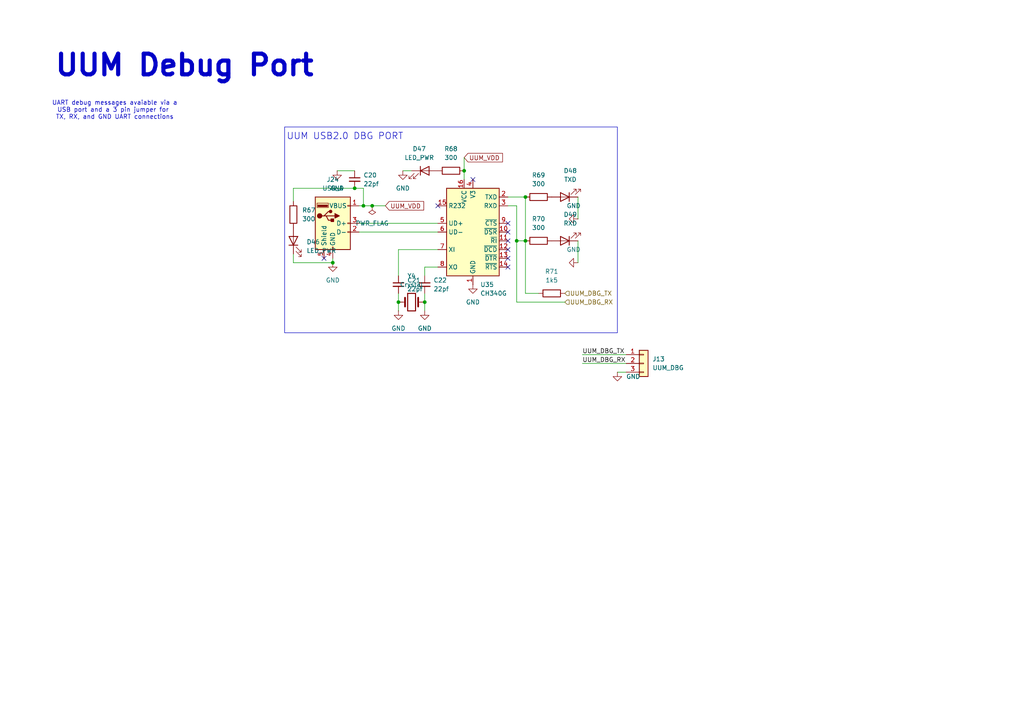
<source format=kicad_sch>
(kicad_sch (version 20250114) (generator "eeschema") (generator_version "9.0")
  (paper "A4")
  (title_block (date "2025-06") (rev "2"))
  (lib_symbols
    (symbol "Connector:USB_A" (pin_names (offset 1.016))
      (property "Reference" "J" (at -5.08 11.43 0))
      (property "Value" "USB_A" (at -5.08 8.89 0))
      (symbol "USB_A_0_1"
        (rectangle (start -5.08 -7.62) (end 5.08 7.62) (stroke (width 0.254)) (fill (type background)))
        (circle (center -3.81 2.159) (radius 0.635) (stroke (width 0.254)) (fill (type outline)))
        (polyline (pts (xy -3.175 2.159) (xy -2.54 2.159) (xy -1.27 3.429) (xy -0.635 3.429)) (stroke (width 0.254)))
        (polyline (pts (xy -2.54 2.159) (xy -1.905 2.159) (xy -1.27 0.889) (xy 0 0.889)) (stroke (width 0.254)))
        (rectangle (start -1.524 4.826) (end -4.318 5.334) (fill (type outline)))
        (rectangle (start -1.27 4.572) (end -4.572 5.842))
        (circle (center -0.635 3.429) (radius 0.381) (stroke (width 0.254)) (fill (type outline)))
        (rectangle (start -0.127 -7.62) (end 0.127 -6.858))
        (rectangle (start 0.254 1.27) (end -0.508 0.508) (stroke (width 0.254)) (fill (type outline)))
        (polyline (pts (xy 0.635 2.794) (xy 0.635 1.524) (xy 1.905 2.159) (xy 0.635 2.794)) (stroke (width 0.254)) (fill (type outline)))
        (rectangle (start 5.08 4.953) (end 4.318 5.207))
        (rectangle (start 5.08 -0.127) (end 4.318 0.127))
        (rectangle (start 5.08 -2.667) (end 4.318 -2.413))
      )
      (symbol "USB_A_1_1"
        (polyline (pts (xy -1.905 2.159) (xy 0.635 2.159)) (stroke (width 0.254)))
        (pin passive line (at -2.54 -10.16 90) (length 2.54) (name "Shield") (number "5"))
        (pin power_in line (at 0 -10.16 90) (length 2.54) (name "GND") (number "4"))
        (pin power_in line (at 7.62 5.08 180) (length 2.54) (name "VBUS") (number "1"))
        (pin bidirectional line (at 7.62 0 180) (length 2.54) (name "D+") (number "3"))
        (pin bidirectional line (at 7.62 -2.54 180) (length 2.54) (name "D-") (number "2"))
      )
    )
    (symbol "Connector_Generic:Conn_01x03" (pin_names (offset 1.016) (hide yes))
      (property "Reference" "J" (at 0 5.08 0))
      (property "Value" "Conn_01x03" (at 0 -5.08 0))
      (symbol "Conn_01x03_1_1"
        (rectangle (start -1.27 3.81) (end 1.27 -3.81) (stroke (width 0.254)) (fill (type background)))
        (rectangle (start -1.27 2.667) (end 0 2.413) (stroke (width 0.1524)))
        (rectangle (start -1.27 0.127) (end 0 -0.127) (stroke (width 0.1524)))
        (rectangle (start -1.27 -2.413) (end 0 -2.667) (stroke (width 0.1524)))
        (pin passive line (at -5.08 2.54 0) (length 3.81) (name "Pin_1") (number "1"))
        (pin passive line (at -5.08 0 0) (length 3.81) (name "Pin_2") (number "2"))
        (pin passive line (at -5.08 -2.54 0) (length 3.81) (name "Pin_3") (number "3"))
      )
    )
    (symbol "Device:C_Small" (pin_numbers (hide yes)) (pin_names (offset 0.254) (hide yes))
      (property "Reference" "C" (at 0.254 1.778 0))
      (property "Value" "C_Small" (at 0.254 -2.032 0))
      (symbol "C_Small_0_1"
        (polyline (pts (xy -1.524 0.508) (xy 1.524 0.508)) (stroke (width 0.3048)))
        (polyline (pts (xy -1.524 -0.508) (xy 1.524 -0.508)) (stroke (width 0.3302)))
      )
      (symbol "C_Small_1_1"
        (pin passive line (at 0 2.54 270) (length 2.032) (name "~") (number "1"))
        (pin passive line (at 0 -2.54 90) (length 2.032) (name "~") (number "2"))
      )
    )
    (symbol "Device:Crystal" (pin_numbers (hide yes)) (pin_names (offset 1.016) (hide yes))
      (property "Reference" "Y" (at 0 3.81 0))
      (property "Value" "Crystal" (at 0 -3.81 0))
      (symbol "Crystal_0_1"
        (polyline (pts (xy -2.54 0) (xy -1.905 0)))
        (polyline (pts (xy -1.905 -1.27) (xy -1.905 1.27)) (stroke (width 0.508)))
        (rectangle (start -1.143 2.54) (end 1.143 -2.54) (stroke (width 0.3048)))
        (polyline (pts (xy 1.905 -1.27) (xy 1.905 1.27)) (stroke (width 0.508)))
        (polyline (pts (xy 2.54 0) (xy 1.905 0)))
      )
      (symbol "Crystal_1_1"
        (pin passive line (at -3.81 0 0) (length 1.27) (name "1") (number "1"))
        (pin passive line (at 3.81 0 180) (length 1.27) (name "2") (number "2"))
      )
    )
    (symbol "Device:LED" (pin_numbers (hide yes)) (pin_names (offset 1.016) (hide yes))
      (property "Reference" "D" (at 0 2.54 0))
      (property "Value" "LED" (at 0 -2.54 0))
      (symbol "LED_0_1"
        (polyline (pts (xy -3.048 -0.762) (xy -4.572 -2.286) (xy -3.81 -2.286) (xy -4.572 -2.286) (xy -4.572 -1.524)))
        (polyline (pts (xy -1.778 -0.762) (xy -3.302 -2.286) (xy -2.54 -2.286) (xy -3.302 -2.286) (xy -3.302 -1.524)))
        (polyline (pts (xy -1.27 0) (xy 1.27 0)))
        (polyline (pts (xy -1.27 -1.27) (xy -1.27 1.27)) (stroke (width 0.254)))
        (polyline (pts (xy 1.27 -1.27) (xy 1.27 1.27) (xy -1.27 0) (xy 1.27 -1.27)) (stroke (width 0.254)))
      )
      (symbol "LED_1_1"
        (pin passive line (at -3.81 0 0) (length 2.54) (name "K") (number "1"))
        (pin passive line (at 3.81 0 180) (length 2.54) (name "A") (number "2"))
      )
    )
    (symbol "Device:R" (pin_numbers (hide yes)) (pin_names (offset 0))
      (property "Reference" "R" (at 2.032 0 90))
      (property "Value" "R" (at 0 0 90))
      (symbol "R_0_1"
        (rectangle (start -1.016 -2.54) (end 1.016 2.54) (stroke (width 0.254)))
      )
      (symbol "R_1_1"
        (pin passive line (at 0 3.81 270) (length 1.27) (name "~") (number "1"))
        (pin passive line (at 0 -3.81 90) (length 1.27) (name "~") (number "2"))
      )
    )
    (symbol "Interface_USB:CH340G"
      (property "Reference" "U" (at -5.08 13.97 0))
      (property "Value" "CH340G" (at 1.27 13.97 0))
      (symbol "CH340G_0_1"
        (rectangle (start -7.62 12.7) (end 7.62 -12.7) (stroke (width 0.254)) (fill (type background)))
      )
      (symbol "CH340G_1_1"
        (pin input line (at -10.16 7.62 0) (length 2.54) (name "R232") (number "15"))
        (pin bidirectional line (at -10.16 2.54 0) (length 2.54) (name "UD+") (number "5"))
        (pin bidirectional line (at -10.16 0 0) (length 2.54) (name "UD-") (number "6"))
        (pin input line (at -10.16 -5.08 0) (length 2.54) (name "XI") (number "7"))
        (pin output line (at -10.16 -10.16 0) (length 2.54) (name "XO") (number "8"))
        (pin power_in line (at -2.54 15.24 270) (length 2.54) (name "VCC") (number "16"))
        (pin power_out line (at 0 15.24 270) (length 2.54) (name "V3") (number "4"))
        (pin power_in line (at 0 -15.24 90) (length 2.54) (name "GND") (number "1"))
        (pin output line (at 10.16 10.16 180) (length 2.54) (name "TXD") (number "2"))
        (pin input line (at 10.16 7.62 180) (length 2.54) (name "RXD") (number "3"))
        (pin input line (at 10.16 2.54 180) (length 2.54) (name "~{CTS}") (number "9"))
        (pin input line (at 10.16 0 180) (length 2.54) (name "~{DSR}") (number "10"))
        (pin input line (at 10.16 -2.54 180) (length 2.54) (name "~{RI}") (number "11"))
        (pin input line (at 10.16 -5.08 180) (length 2.54) (name "~{DCD}") (number "12"))
        (pin output line (at 10.16 -7.62 180) (length 2.54) (name "~{DTR}") (number "13"))
        (pin output line (at 10.16 -10.16 180) (length 2.54) (name "~{RTS}") (number "14"))
      )
    )
    (symbol "power:GND" (power) (pin_numbers (hide yes)) (pin_names (offset 0) (hide yes))
      (property "Value" "GND" (at 0 -3.81 0))
      (symbol "GND_0_1"
        (polyline (pts (xy 0 0) (xy 0 -1.27) (xy 1.27 -1.27) (xy 0 -2.54) (xy -1.27 -1.27) (xy 0 -1.27)))
      )
      (symbol "GND_1_1"
        (pin power_in line (at 0 0 270) (length 0) (name "~") (number "1"))
      )
    )
    (symbol "power:PWR_FLAG" (power) (pin_numbers (hide yes)) (pin_names (offset 0) (hide yes))
      (property "Value" "PWR_FLAG" (at 0 3.81 0))
      (symbol "PWR_FLAG_0_0"
        (pin power_out line (at 0 0 90) (length 0) (name "~") (number "1"))
      )
      (symbol "PWR_FLAG_0_1"
        (polyline (pts (xy 0 0) (xy 0 1.27) (xy -1.016 1.905) (xy 0 2.54) (xy 1.016 1.905) (xy 0 1.27)))
      )
    )
  )
  (rectangle (start 82.55 36.83) (end 179.07 96.52))
  (text "UUM Debug Port" (at 15.494 22.606 0) (effects (font (size 5.9944 5.9944) (thickness 1.1989) (bold yes)) (justify left bottom)))
  (text "UART debug messages avaiable via a\nUSB port and a 3 pin jumper for \nTX, RX, and GND UART connections" (at 33.274 32.004 0) (effects (font (size 1.27 1.27))))
  (text "UUM USB2.0 DBG PORT" (at 100.076 39.624 0) (effects (font (size 1.905 1.905))))
  (junction (at 96.52 76.2))
  (junction (at 152.4 69.85))
  (junction (at 115.57 87.63))
  (junction (at 134.62 49.53))
  (junction (at 105.41 59.69))
  (junction (at 107.95 59.69))
  (junction (at 123.19 87.63))
  (junction (at 149.86 69.85))
  (junction (at 102.87 54.61))
  (junction (at 152.4 57.15))
  (no_connect (at 137.16 52.07))
  (no_connect (at 147.32 69.85))
  (no_connect (at 147.32 67.31))
  (no_connect (at 147.32 74.93))
  (no_connect (at 147.32 64.77))
  (no_connect (at 147.32 77.47))
  (no_connect (at 147.32 72.39))
  (no_connect (at 93.98 74.93))
  (no_connect (at 127 59.69))
  (wire (pts (xy 152.4 69.85) (xy 152.4 85.09)))
  (wire (pts (xy 96.52 76.2) (xy 96.52 74.93)))
  (wire (pts (xy 168.91 105.41) (xy 181.61 105.41)))
  (wire (pts (xy 97.79 49.53) (xy 102.87 49.53)))
  (wire (pts (xy 115.57 85.09) (xy 115.57 87.63)))
  (wire (pts (xy 102.87 54.61) (xy 85.09 54.61)))
  (wire (pts (xy 147.32 57.15) (xy 152.4 57.15)))
  (wire (pts (xy 105.41 54.61) (xy 105.41 59.69)))
  (wire (pts (xy 115.57 72.39) (xy 115.57 80.01)))
  (wire (pts (xy 149.86 87.63) (xy 163.83 87.63)))
  (wire (pts (xy 167.64 57.15) (xy 167.64 63.5)))
  (wire (pts (xy 134.62 45.72) (xy 134.62 49.53)))
  (wire (pts (xy 152.4 85.09) (xy 156.21 85.09)))
  (wire (pts (xy 115.57 72.39) (xy 127 72.39)))
  (wire (pts (xy 85.09 76.2) (xy 85.09 73.66)))
  (wire (pts (xy 149.86 59.69) (xy 149.86 69.85)))
  (wire (pts (xy 168.91 102.87) (xy 181.61 102.87)))
  (wire (pts (xy 96.52 76.2) (xy 85.09 76.2)))
  (wire (pts (xy 179.07 107.95) (xy 181.61 107.95)))
  (wire (pts (xy 149.86 69.85) (xy 149.86 87.63)))
  (wire (pts (xy 115.57 90.17) (xy 115.57 87.63)))
  (wire (pts (xy 85.09 54.61) (xy 85.09 58.42)))
  (wire (pts (xy 152.4 57.15) (xy 152.4 69.85)))
  (wire (pts (xy 123.19 85.09) (xy 123.19 87.63)))
  (wire (pts (xy 105.41 59.69) (xy 107.95 59.69)))
  (wire (pts (xy 105.41 59.69) (xy 104.14 59.69)))
  (wire (pts (xy 167.64 69.85) (xy 167.64 76.2)))
  (wire (pts (xy 149.86 69.85) (xy 152.4 69.85)))
  (wire (pts (xy 147.32 59.69) (xy 149.86 59.69)))
  (wire (pts (xy 123.19 77.47) (xy 127 77.47)))
  (wire (pts (xy 134.62 49.53) (xy 134.62 52.07)))
  (wire (pts (xy 116.84 49.53) (xy 119.38 49.53)))
  (wire (pts (xy 107.95 59.69) (xy 111.76 59.69)))
  (wire (pts (xy 104.14 64.77) (xy 127 64.77)))
  (wire (pts (xy 104.14 67.31) (xy 127 67.31)))
  (wire (pts (xy 105.41 54.61) (xy 102.87 54.61)))
  (wire (pts (xy 123.19 87.63) (xy 123.19 90.17)))
  (wire (pts (xy 123.19 77.47) (xy 123.19 80.01)))
  (label "UUM_DBG_TX" (at 168.91 102.87 0))
  (label "UUM_DBG_RX" (at 168.91 105.41 0))
  (global_label "UUM_VDD" (shape input) (at 134.62 45.72 0) (property "Intersheetrefs" "${INTERSHEET_REFS}" (effects (hide yes))))
  (global_label "UUM_VDD" (shape input) (at 111.76 59.69 0) (property "Intersheetrefs" "${INTERSHEET_REFS}" (effects (hide yes))))
  (hierarchical_label "UUM_DBG_TX" (shape input) (at 163.83 85.09 0))
  (hierarchical_label "UUM_DBG_RX" (shape input) (at 163.83 87.63 0))
  (symbol (lib_id "Device:C_Small") (at 115.57 82.55 0) (unit 1)
    (property "Reference" "C21" (at 118.11 81.2862 0) (effects (justify left)))
    (property "Value" "22pf" (at 118.11 83.8262 0) (effects (justify left)))
    (property "Footprint" "Capacitor_SMD:C_0805_2012Metric" (effects (hide yes)))
    (property "Description" "Unpolarized capacitor, small symbol" (effects (hide yes)))
  )
  (symbol (lib_id "Connector:USB_A") (at 96.52 64.77 0) (unit 1)
    (property "Reference" "J24" (at 96.52 52.07 0))
    (property "Value" "USB_A" (at 96.52 54.61 0))
    (property "Footprint" "Connector_USB:USB_A_CNCTech_1001-011-01101_Horizontal" (effects (hide yes)))
    (property "Description" "USB Type A connector" (effects (hide yes)))
  )
  (symbol (lib_id "Device:LED") (at 163.83 69.85 180) (unit 1)
    (property "Reference" "D49" (at 165.4175 62.23 0))
    (property "Value" "RXD" (at 165.4175 64.77 0))
    (property "Footprint" "LED_SMD:LED_0603_1608Metric" (effects (hide yes)))
    (property "Description" "Light emitting diode" (effects (hide yes)))
    (property "Sim.Pins" "1=K 2=A" (effects (hide yes)))
  )
  (symbol (lib_id "power:GND") (at 97.79 49.53 0) (unit 1)
    (property "Reference" "#PWR0104" (effects (hide yes)))
    (property "Value" "GND" (at 97.79 54.61 0))
    (property "Description" "Power symbol creates a global label with name \"GND\" , ground" (effects (hide yes)))
  )
  (symbol (lib_id "Device:R") (at 156.21 57.15 90) (unit 1)
    (property "Reference" "R69" (at 156.21 50.8 90))
    (property "Value" "300" (at 156.21 53.34 90))
    (property "Footprint" "Resistor_SMD:R_0805_2012Metric_Pad1.20x1.40mm_HandSolder" (effects (hide yes)))
    (property "Description" "Resistor" (effects (hide yes)))
    (property "DigiKey_Part_Number" "311-10.0KCRCT-ND" (effects (hide yes)))
    (property "Price" "0.0129" (effects (hide yes)))
  )
  (symbol (lib_id "Device:LED") (at 123.19 49.53 0) (unit 1)
    (property "Reference" "D47" (at 121.6025 43.18 0))
    (property "Value" "LED_PWR" (at 121.6025 45.72 0))
    (property "Footprint" "LED_SMD:LED_0603_1608Metric" (effects (hide yes)))
    (property "Description" "Light emitting diode" (effects (hide yes)))
    (property "Sim.Pins" "1=K 2=A" (effects (hide yes)))
  )
  (symbol (lib_id "Device:C_Small") (at 102.87 52.07 0) (unit 1)
    (property "Reference" "C20" (at 105.41 50.8062 0) (effects (justify left)))
    (property "Value" "22pf" (at 105.41 53.3462 0) (effects (justify left)))
    (property "Footprint" "Capacitor_SMD:C_0805_2012Metric" (effects (hide yes)))
    (property "Description" "Unpolarized capacitor, small symbol" (effects (hide yes)))
  )
  (symbol (lib_id "Interface_USB:CH340G") (at 137.16 67.31 0) (unit 1)
    (property "Reference" "U35" (at 139.3033 82.55 0) (effects (justify left)))
    (property "Value" "CH340G" (at 139.3033 85.09 0) (effects (justify left)))
    (property "Footprint" "Package_SO:SOIC-16_3.9x9.9mm_P1.27mm" (effects (hide yes)))
    (property "Datasheet" "http://www.datasheet5.com/pdf-local-2195953" (effects (hide yes)))
    (property "Description" "USB serial converter, UART, SOIC-16" (effects (hide yes)))
  )
  (symbol (lib_id "Device:R") (at 160.02 85.09 90) (unit 1)
    (property "Reference" "R71" (at 160.02 78.74 90))
    (property "Value" "1k5" (at 160.02 81.28 90))
    (property "Footprint" "Resistor_SMD:R_0805_2012Metric_Pad1.20x1.40mm_HandSolder" (effects (hide yes)))
    (property "Description" "Resistor" (effects (hide yes)))
    (property "DigiKey_Part_Number" "311-10.0KCRCT-ND" (effects (hide yes)))
    (property "Price" "0.0129" (effects (hide yes)))
  )
  (symbol (lib_id "power:GND") (at 179.07 107.95 0) (unit 1)
    (property "Reference" "#PWR071" (effects (hide yes)))
    (property "Value" "GND" (at 181.61 109.2199 0) (effects (justify left)))
    (property "Description" "Power symbol creates a global label with name \"GND\" , ground" (effects (hide yes)))
  )
  (symbol (lib_id "power:GND") (at 123.19 90.17 0) (mirror y) (unit 1)
    (property "Reference" "#PWR0165" (effects (hide yes)))
    (property "Value" "GND" (at 123.19 95.25 0))
    (property "Description" "Power symbol creates a global label with name \"GND\" , ground" (effects (hide yes)))
  )
  (symbol (lib_id "Connector_Generic:Conn_01x03") (at 186.69 105.41 0) (unit 1)
    (property "Reference" "J13" (at 189.23 104.1399 0) (effects (justify left)))
    (property "Value" "UUM_DBG" (at 189.23 106.6799 0) (effects (justify left)))
    (property "Footprint" "Connector_PinHeader_1.00mm:PinHeader_1x03_P1.00mm_Horizontal" (effects (hide yes)))
    (property "Description" "Generic connector, single row, 01x03, script generated (kicad-library-utils/schlib/autogen/connector/)" (effects (hide yes)))
  )
  (symbol (lib_id "Device:LED") (at 85.09 69.85 90) (unit 1)
    (property "Reference" "D46" (at 88.9 70.1674 90) (effects (justify right)))
    (property "Value" "LED_PWR" (at 88.9 72.7074 90) (effects (justify right)))
    (property "Footprint" "LED_SMD:LED_0603_1608Metric" (effects (hide yes)))
    (property "Description" "Light emitting diode" (effects (hide yes)))
    (property "Sim.Pins" "1=K 2=A" (effects (hide yes)))
  )
  (symbol (lib_id "power:GND") (at 115.57 90.17 0) (mirror y) (unit 1)
    (property "Reference" "#PWR0163" (effects (hide yes)))
    (property "Value" "GND" (at 115.57 95.25 0))
    (property "Description" "Power symbol creates a global label with name \"GND\" , ground" (effects (hide yes)))
  )
  (symbol (lib_id "power:PWR_FLAG") (at 107.95 59.69 180) (unit 1)
    (property "Reference" "#FLG06" (effects (hide yes)))
    (property "Value" "PWR_FLAG" (at 107.95 64.77 0))
    (property "Description" "Special symbol for telling ERC where power comes from" (effects (hide yes)))
  )
  (symbol (lib_id "power:GND") (at 116.84 49.53 0) (mirror y) (unit 1)
    (property "Reference" "#PWR0164" (effects (hide yes)))
    (property "Value" "GND" (at 116.84 54.61 0))
    (property "Description" "Power symbol creates a global label with name \"GND\" , ground" (effects (hide yes)))
  )
  (symbol (lib_id "power:GND") (at 137.16 82.55 0) (mirror y) (unit 1)
    (property "Reference" "#PWR0166" (effects (hide yes)))
    (property "Value" "GND" (at 137.16 87.63 0))
    (property "Description" "Power symbol creates a global label with name \"GND\" , ground" (effects (hide yes)))
  )
  (symbol (lib_id "Device:C_Small") (at 123.19 82.55 0) (unit 1)
    (property "Reference" "C22" (at 125.73 81.2862 0) (effects (justify left)))
    (property "Value" "22pf" (at 125.73 83.8262 0) (effects (justify left)))
    (property "Footprint" "Capacitor_SMD:C_0805_2012Metric" (effects (hide yes)))
    (property "Description" "Unpolarized capacitor, small symbol" (effects (hide yes)))
  )
  (symbol (lib_id "Device:R") (at 156.21 69.85 90) (unit 1)
    (property "Reference" "R70" (at 156.21 63.5 90))
    (property "Value" "300" (at 156.21 66.04 90))
    (property "Footprint" "Resistor_SMD:R_0805_2012Metric_Pad1.20x1.40mm_HandSolder" (effects (hide yes)))
    (property "Description" "Resistor" (effects (hide yes)))
    (property "DigiKey_Part_Number" "311-10.0KCRCT-ND" (effects (hide yes)))
    (property "Price" "0.0129" (effects (hide yes)))
  )
  (symbol (lib_id "Device:LED") (at 163.83 57.15 180) (unit 1)
    (property "Reference" "D48" (at 165.4175 49.53 0))
    (property "Value" "TXD" (at 165.4175 52.07 0))
    (property "Footprint" "LED_SMD:LED_0603_1608Metric" (effects (hide yes)))
    (property "Description" "Light emitting diode" (effects (hide yes)))
    (property "Sim.Pins" "1=K 2=A" (effects (hide yes)))
  )
  (symbol (lib_id "power:GND") (at 167.64 63.5 270) (mirror x) (unit 1)
    (property "Reference" "#PWR0167" (effects (hide yes)))
    (property "Value" "GND" (at 166.37 59.69 90))
    (property "Description" "Power symbol creates a global label with name \"GND\" , ground" (effects (hide yes)))
  )
  (symbol (lib_id "Device:Crystal") (at 119.38 87.63 0) (unit 1)
    (property "Reference" "Y4" (at 119.38 80.01 0))
    (property "Value" "Crystal" (at 119.38 82.55 0))
    (property "Description" "Two pin crystal" (effects (hide yes)))
  )
  (symbol (lib_id "Device:R") (at 85.09 62.23 180) (unit 1)
    (property "Reference" "R67" (at 87.63 60.9599 0) (effects (justify right)))
    (property "Value" "300" (at 87.63 63.4999 0) (effects (justify right)))
    (property "Footprint" "Resistor_SMD:R_0805_2012Metric_Pad1.20x1.40mm_HandSolder" (effects (hide yes)))
    (property "Description" "Resistor" (effects (hide yes)))
    (property "DigiKey_Part_Number" "311-10.0KCRCT-ND" (effects (hide yes)))
    (property "Price" "0.0129" (effects (hide yes)))
  )
  (symbol (lib_id "power:GND") (at 96.52 76.2 0) (unit 1)
    (property "Reference" "#PWR0162" (effects (hide yes)))
    (property "Value" "GND" (at 96.52 81.28 0))
    (property "Description" "Power symbol creates a global label with name \"GND\" , ground" (effects (hide yes)))
  )
  (symbol (lib_id "Device:R") (at 130.81 49.53 90) (unit 1)
    (property "Reference" "R68" (at 130.81 43.18 90))
    (property "Value" "300" (at 130.81 45.72 90))
    (property "Footprint" "Resistor_SMD:R_0805_2012Metric_Pad1.20x1.40mm_HandSolder" (effects (hide yes)))
    (property "Description" "Resistor" (effects (hide yes)))
    (property "DigiKey_Part_Number" "311-10.0KCRCT-ND" (effects (hide yes)))
    (property "Price" "0.0129" (effects (hide yes)))
  )
  (symbol (lib_id "power:GND") (at 167.64 76.2 270) (mirror x) (unit 1)
    (property "Reference" "#PWR0168" (effects (hide yes)))
    (property "Value" "GND" (at 166.37 72.39 90))
    (property "Description" "Power symbol creates a global label with name \"GND\" , ground" (effects (hide yes)))
  )
)
</source>
